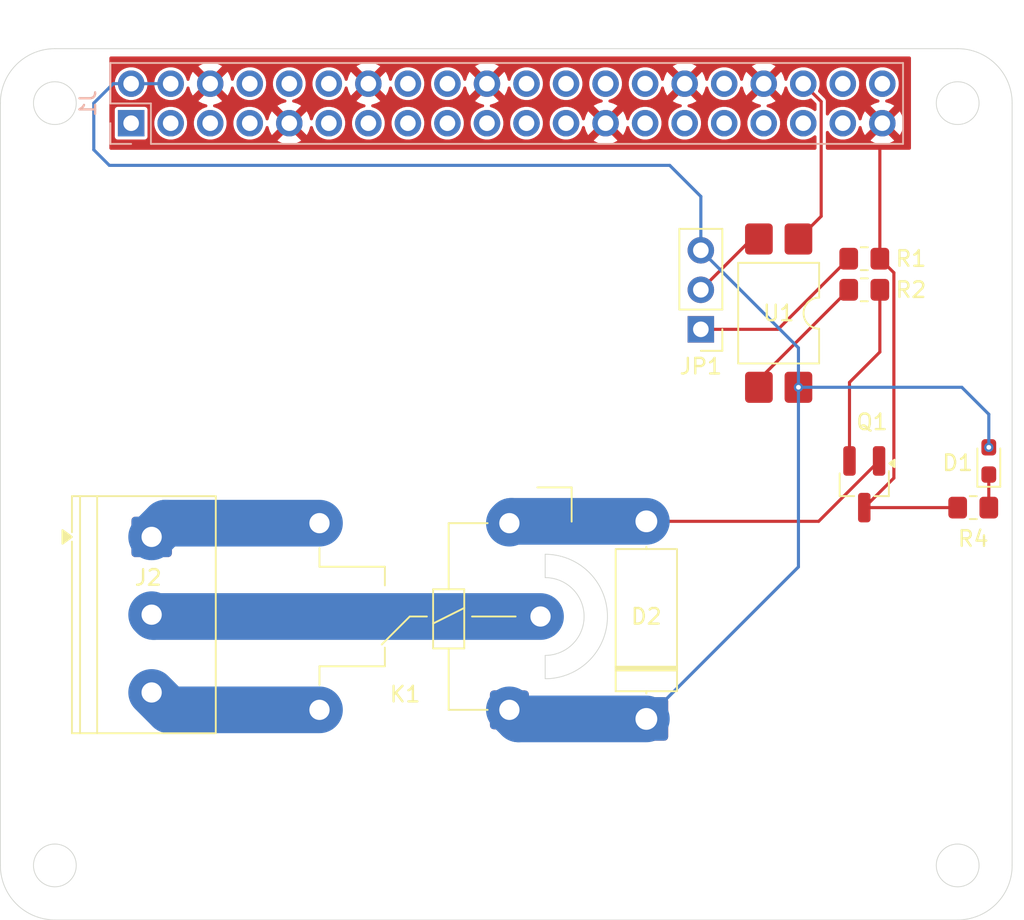
<source format=kicad_pcb>
(kicad_pcb (version 20241229) (generator "pcbnew") (generator_version "9.0")
  (layers (0 "F.Cu" signal) (2 "B.Cu" signal) (13 "F.Paste" user) (15 "B.Paste" user) (5 "F.SilkS" user "F.Silkscreen") (7 "B.SilkS" user "B.Silkscreen") (1 "F.Mask" user) (3 "B.Mask" user) (25 "Edge.Cuts" user))
  (net 0 "")
  (net 1 "Net-(D1-K)")
  (net 2 "Net-(D2-A)")
  (net 4 "VCC_5V")
  (net 12 "GND1")
  (net 30 "IN")
  (net 35 "NC")
  (net 36 "COM")
  (net 37 "NO")
  (net 38 "Net-(JP1-C)")
  (net 39 "Net-(JP1-A)")
  (net 40 "Net-(Q1-B)")
  (net 41 "Net-(R2-Pad1)")
  (footprint "Relay_THT:Relay_SPDT_Hongfa_JQC-3FF_0XX-1Z" (layer "F.Cu") (at 199.2 94 180)
    (property "Reference" "K1" (at 6.7 1 0) (layer "F.SilkS"))
    (property "Value" "JQC-3FF-005-1Z")
    (fp_line (start 12.2 10.4) (end 12.2 9.2) (stroke (width 0.12)) (layer "F.SilkS"))
    (fp_line (start 12.2 9.2) (end 8 9.2) (stroke (width 0.12)) (layer "F.SilkS"))
    (fp_line (start 12.2 1.6) (end 12.2 2.8) (stroke (width 0.12)) (layer "F.SilkS"))
    (fp_line (start 8 9.2) (end 8 8) (stroke (width 0.12)) (layer "F.SilkS"))
    (fp_line (start 8 2.8) (end 12.2 2.8) (stroke (width 0.12)) (layer "F.SilkS"))
    (fp_line (start 8 2.8) (end 8 4) (stroke (width 0.12)) (layer "F.SilkS"))
    (fp_line (start 6.4 6) (end 8.2 4.2) (stroke (width 0.12)) (layer "F.SilkS"))
    (fp_line (start 6.4 6) (end 5.3 6) (stroke (width 0.12)) (layer "F.SilkS"))
    (fp_line (start 4.9 7.75) (end 4.9 3.95) (stroke (width 0.12)) (layer "F.SilkS"))
    (fp_line (start 4.9 5.55) (end 2.9 6.55) (stroke (width 0.12)) (layer "F.SilkS"))
    (fp_line (start 4.9 3.95) (end 2.9 3.95) (stroke (width 0.12)) (layer "F.SilkS"))
    (fp_line (start 3.9 12) (end 1.4 12) (stroke (width 0.12)) (layer "F.SilkS"))
    (fp_line (start 3.9 7.75) (end 3.9 12) (stroke (width 0.12)) (layer "F.SilkS"))
    (fp_line (start 3.9 3.95) (end 3.9 0) (stroke (width 0.12)) (layer "F.SilkS"))
    (fp_line (start 3.9 0) (end 1.4 0) (stroke (width 0.12)) (layer "F.SilkS"))
    (fp_line (start 2.9 7.75) (end 4.9 7.75) (stroke (width 0.12)) (layer "F.SilkS"))
    (fp_line (start 2.9 3.95) (end 2.9 7.75) (stroke (width 0.12)) (layer "F.SilkS"))
    (fp_line (start -0.4 6) (end 2.4 6) (stroke (width 0.12)) (layer "F.SilkS"))
    (fp_line (start -4 14.3) (end -1.8 14.3) (stroke (width 0.12)) (layer "F.SilkS"))
    (fp_line (start -4 12.1) (end -4 14.3) (stroke (width 0.12)) (layer "F.SilkS"))
    (pad "11" thru_hole circle (at -2 6 180) (size 2.5 2.5) (drill 1.3) (layers "*.Cu" "*.Mask") (net 36 "COM"))
    (pad "12" thru_hole circle (at 12.2 0 180) (size 2.5 2.5) (drill 1.3) (layers "*.Cu" "*.Mask") (net 35 "NC"))
    (pad "14" thru_hole circle (at 12.2 12 180) (size 2.5 2.5) (drill 1.3) (layers "*.Cu" "*.Mask") (net 37 "NO"))
    (pad "A1" thru_hole roundrect (at 0 0 180) (size 2.5 2.5) (drill 1.3) (layers "*.Cu" "*.Mask") (roundrect_rratio 0.1) (net 4 "VCC_5V"))
    (pad "A2" thru_hole circle (at 0 12 180) (size 2.5 2.5) (drill 1.3) (layers "*.Cu" "*.Mask") (net 2 "Net-(D2-A)"))
  )
  (footprint "LED_SMD:LED_0603_1608Metric_Pad1.05x0.95mm_HandSolder" (layer "F.Cu") (at 230 78 90)
    (property "Reference" "D1" (at -0.125 -2 180) (layer "F.SilkS"))
    (property "Value" "LED")
    (fp_line (start 0.8 -0.735) (end -1.66 -0.735) (stroke (width 0.12)) (layer "F.SilkS"))
    (fp_line (start -1.66 -0.735) (end -1.66 0.735) (stroke (width 0.12)) (layer "F.SilkS"))
    (fp_line (start -1.66 0.735) (end 0.8 0.735) (stroke (width 0.12)) (layer "F.SilkS"))
    (pad "1" smd roundrect (at -0.875 0 90) (size 1.05 0.95) (layers "F.Cu" "F.Mask" "F.Paste") (net 1 "Net-(D1-K)"))
    (pad "2" smd roundrect (at 0.875 0 90) (size 1.05 0.95) (layers "F.Cu" "F.Mask" "F.Paste") (net 4 "VCC_5V"))
  )
  (footprint "Resistor_SMD:R_0805_2012Metric_Pad1.20x1.40mm_HandSolder" (layer "F.Cu") (at 222 67)
    (property "Reference" "R2" (at 3 0 0) (layer "F.SilkS"))
    (property "Value" "R_1K")
    (fp_line (start -0.227064 -0.735) (end 0.227064 -0.735) (stroke (width 0.12)) (layer "F.SilkS"))
    (fp_line (start -0.227064 0.735) (end 0.227064 0.735) (stroke (width 0.12)) (layer "F.SilkS"))
    (pad "1" smd roundrect (at -1 0) (size 1.2 1.4) (layers "F.Cu" "F.Mask" "F.Paste") (roundrect_rratio 0.208333) (net 41 "Net-(R2-Pad1)"))
    (pad "2" smd roundrect (at 1 0) (size 1.2 1.4) (layers "F.Cu" "F.Mask" "F.Paste") (roundrect_rratio 0.208333) (net 40 "Net-(Q1-B)"))
  )
  (footprint "Resistor_SMD:R_0805_2012Metric_Pad1.20x1.40mm_HandSolder" (layer "F.Cu") (at 222 65 180)
    (property "Reference" "R1" (at -3 0 0) (layer "F.SilkS"))
    (property "Value" "R_1K")
    (fp_line (start -0.227064 0.735) (end 0.227064 0.735) (stroke (width 0.12)) (layer "F.SilkS"))
    (fp_line (start -0.227064 -0.735) (end 0.227064 -0.735) (stroke (width 0.12)) (layer "F.SilkS"))
    (pad "1" smd roundrect (at -1 0 180) (size 1.2 1.4) (layers "F.Cu" "F.Mask" "F.Paste") (roundrect_rratio 0.208333) (net 12 "GND1"))
    (pad "2" smd roundrect (at 1 0 180) (size 1.2 1.4) (layers "F.Cu" "F.Mask" "F.Paste") (roundrect_rratio 0.208333) (net 39 "Net-(JP1-A)"))
  )
  (footprint "Package_TO_SOT_SMD:SOT-23_Handsoldering" (layer "F.Cu") (at 222 79.5 -90)
    (property "Reference" "Q1" (at -4 -0.5 180) (layer "F.SilkS"))
    (property "Value" "NPN")
    (fp_line (start 0.76 1.58) (end -0.7 1.58) (stroke (width 0.12)) (layer "F.SilkS"))
    (fp_line (start 0.76 1.58) (end 0.76 0.65) (stroke (width 0.12)) (layer "F.SilkS"))
    (fp_line (start -0.04 -1.58) (end -0.84 -1.58) (stroke (width 0.12)) (layer "F.SilkS"))
    (fp_line (start -0.04 -1.58) (end 0.76 -1.58) (stroke (width 0.12)) (layer "F.SilkS"))
    (fp_line (start 0.76 -1.58) (end 0.76 -0.65) (stroke (width 0.12)) (layer "F.SilkS"))
    (fp_poly (pts (xy -1.34 -1.61) (xy -1.58 -1.94) (xy -1.1 -1.94) (xy -1.34 -1.61)) (stroke (width 0.12)) (fill yes) (layer "F.SilkS"))
    (pad "1" smd roundrect (at -1.5 -0.95 270) (size 1.9 0.8) (layers "F.Cu" "F.Mask" "F.Paste") (net 2 "Net-(D2-A)"))
    (pad "2" smd roundrect (at -1.5 0.95 270) (size 1.9 0.8) (layers "F.Cu" "F.Mask" "F.Paste") (net 40 "Net-(Q1-B)"))
    (pad "3" smd roundrect (at 1.5 0 270) (size 1.9 0.8) (layers "F.Cu" "F.Mask" "F.Paste") (net 12 "GND1"))
  )
  (footprint "TerminalBlock_Phoenix:TerminalBlock_Phoenix_PT-1,5-3-5.0-H_1x03_P5.00mm_Horizontal" (layer "F.Cu") (at 176.2175 82.8825 -90)
    (property "Reference" "J2" (at 2.6175 0.2175 180) (layer "F.SilkS"))
    (property "Value" "Screw_Terminal_01x03")
    (fp_line (start -2.62 5.12) (end -0.3 5.12) (stroke (width 0.12)) (layer "F.SilkS"))
    (fp_line (start 0.3 5.12) (end 12.62 5.12) (stroke (width 0.12)) (layer "F.SilkS"))
    (fp_line (start -2.62 4.6) (end 12.62 4.6) (stroke (width 0.12)) (layer "F.SilkS"))
    (fp_line (start -2.62 3.5) (end 12.62 3.5) (stroke (width 0.12)) (layer "F.SilkS"))
    (fp_line (start -2.62 -4.12) (end -2.62 5.12) (stroke (width 0.12)) (layer "F.SilkS"))
    (fp_line (start -2.62 -4.12) (end 12.62 -4.12) (stroke (width 0.12)) (layer "F.SilkS"))
    (fp_line (start 12.62 -4.12) (end 12.62 5.12) (stroke (width 0.12)) (layer "F.SilkS"))
    (fp_poly (pts (xy 0 5.12) (xy 0.44 5.73) (xy -0.44 5.73)) (stroke (width 0.12)) (fill yes) (layer "F.SilkS"))
    (pad "1" thru_hole roundrect (at 0 0 270) (size 2.6 2.6) (drill 1.3) (layers "*.Cu" "*.Mask") (roundrect_rratio 0.096154) (net 37 "NO"))
    (pad "2" thru_hole circle (at 5 0 270) (size 2.6 2.6) (drill 1.3) (layers "*.Cu" "*.Mask") (net 36 "COM"))
    (pad "3" thru_hole circle (at 10 0 270) (size 2.6 2.6) (drill 1.3) (layers "*.Cu" "*.Mask") (net 35 "NC"))
  )
  (footprint "Package_DIP:SMDIP-4_W9.53mm" (layer "F.Cu") (at 216.5 68.5 -90)
    (property "Reference" "U1" (at 0 0 180) (layer "F.SilkS"))
    (property "Value" "LTV-817S")
    (fp_line (start -3.235 2.6) (end 3.235 2.6) (stroke (width 0.12)) (layer "F.SilkS"))
    (fp_line (start 3.235 2.6) (end 3.235 -2.6) (stroke (width 0.12)) (layer "F.SilkS"))
    (fp_line (start -3.235 -2.6) (end -3.235 2.6) (stroke (width 0.12)) (layer "F.SilkS"))
    (fp_line (start -1 -2.6) (end -3.235 -2.6) (stroke (width 0.12)) (layer "F.SilkS"))
    (fp_line (start 3.235 -2.6) (end 1 -2.6) (stroke (width 0.12)) (layer "F.SilkS"))
    (fp_arc (start 1 -2.6) (mid 0 -1.6) (end -1 -2.6) (stroke (width 0.12)) (layer "F.SilkS"))
    (pad "1" smd roundrect (at -4.765 -1.27 270) (size 2 1.78) (layers "F.Cu" "F.Mask" "F.Paste") (roundrect_rratio 0.140449) (net 30 "IN"))
    (pad "2" smd roundrect (at -4.765 1.27 270) (size 2 1.78) (layers "F.Cu" "F.Mask" "F.Paste") (roundrect_rratio 0.140449) (net 38 "Net-(JP1-C)"))
    (pad "3" smd roundrect (at 4.765 1.27 270) (size 2 1.78) (layers "F.Cu" "F.Mask" "F.Paste") (roundrect_rratio 0.140449) (net 41 "Net-(R2-Pad1)"))
    (pad "4" smd roundrect (at 4.765 -1.27 270) (size 2 1.78) (layers "F.Cu" "F.Mask" "F.Paste") (roundrect_rratio 0.140449) (net 4 "VCC_5V"))
  )
  (footprint "Resistor_SMD:R_0805_2012Metric_Pad1.20x1.40mm_HandSolder" (layer "F.Cu") (at 229 81 180)
    (property "Reference" "R4" (at 0 -2 0) (layer "F.SilkS"))
    (property "Value" "R_1K")
    (fp_line (start -0.227064 0.735) (end 0.227064 0.735) (stroke (width 0.12)) (layer "F.SilkS"))
    (fp_line (start -0.227064 -0.735) (end 0.227064 -0.735) (stroke (width 0.12)) (layer "F.SilkS"))
    (pad "1" smd roundrect (at -1 0 180) (size 1.2 1.4) (layers "F.Cu" "F.Mask" "F.Paste") (roundrect_rratio 0.208333) (net 1 "Net-(D1-K)"))
    (pad "2" smd roundrect (at 1 0 180) (size 1.2 1.4) (layers "F.Cu" "F.Mask" "F.Paste") (roundrect_rratio 0.208333) (net 12 "GND1"))
  )
  (footprint "Diode_THT:D_5W_P12.70mm_Horizontal" (layer "F.Cu") (at 208 94.5825 90)
    (property "Reference" "D2" (at 6.5825 0 180) (layer "F.SilkS"))
    (property "Value" "D")
    (fp_line (start 3.355 -1.97) (end 3.355 1.97) (stroke (width 0.12)) (layer "F.SilkS"))
    (fp_line (start 3.235 -1.97) (end 3.235 1.97) (stroke (width 0.12)) (layer "F.SilkS"))
    (fp_line (start 3.115 -1.97) (end 3.115 1.97) (stroke (width 0.12)) (layer "F.SilkS"))
    (fp_line (start 11.06 0) (end 10.92 0) (stroke (width 0.12)) (layer "F.SilkS"))
    (fp_line (start 1.64 0) (end 1.78 0) (stroke (width 0.12)) (layer "F.SilkS"))
    (fp_rect (start 1.78 -1.97) (end 10.92 1.97) (stroke (width 0.12)) (fill no) (layer "F.SilkS"))
    (pad "1" thru_hole roundrect (at 0 0 90) (size 2.8 2.8) (drill 1.4) (layers "*.Cu" "*.Mask") (roundrect_rratio 0.089286) (net 4 "VCC_5V"))
    (pad "2" thru_hole circle (at 12.7 0 90) (size 2.8 2.8) (drill 1.4) (layers "*.Cu" "*.Mask") (net 2 "Net-(D2-A)"))
  )
  (footprint "Connector_PinHeader_2.54mm:PinHeader_1x03_P2.54mm_Vertical" (layer "F.Cu") (at 211.5 69.54 180)
    (property "Reference" "JP1" (at 0 -2.38 0) (layer "F.SilkS"))
    (property "Value" "Jumper_3_Bridged12")
    (fp_line (start 1.38 1.27) (end 1.38 6.46) (stroke (width 0.12)) (layer "F.SilkS"))
    (fp_line (start -1.38 6.46) (end 1.38 6.46) (stroke (width 0.12)) (layer "F.SilkS"))
    (fp_line (start -1.38 1.27) (end 1.38 1.27) (stroke (width 0.12)) (layer "F.SilkS"))
    (fp_line (start -1.38 1.27) (end -1.38 6.46) (stroke (width 0.12)) (layer "F.SilkS"))
    (fp_line (start -1.38 0) (end -1.38 -1.38) (stroke (width 0.12)) (layer "F.SilkS"))
    (fp_line (start -1.38 -1.38) (end 0 -1.38) (stroke (width 0.12)) (layer "F.SilkS"))
    (pad "1" thru_hole rect (at 0 0 180) (size 1.7 1.7) (drill 1) (layers "*.Cu" "*.Mask") (net 39 "Net-(JP1-A)"))
    (pad "2" thru_hole circle (at 0 2.54 180) (size 1.7 1.7) (drill 1) (layers "*.Cu" "*.Mask") (net 38 "Net-(JP1-C)"))
    (pad "3" thru_hole circle (at 0 5.08 180) (size 1.7 1.7) (drill 1) (layers "*.Cu" "*.Mask") (net 4 "VCC_5V"))
  )
  (footprint "Connector_PinSocket_2.54mm:PinSocket_2x20_P2.54mm_Vertical" (layer "B.Cu") (at 174.9 56.29 -90)
    (property "Reference" "J1" (at -1.27 2.77 90) (layer "B.SilkS") (effects (justify mirror)))
    (property "Value" "Raspberry_Pi_2_3")
    (fp_line (start -3.87 1.33) (end -1.27 1.33) (stroke (width 0.12)) (layer "B.SilkS"))
    (fp_line (start -3.87 1.33) (end -3.87 -49.59) (stroke (width 0.12)) (layer "B.SilkS"))
    (fp_line (start -1.27 1.33) (end -1.27 -1.27) (stroke (width 0.12)) (layer "B.SilkS"))
    (fp_line (start 0 1.33) (end 1.33 1.33) (stroke (width 0.12)) (layer "B.SilkS"))
    (fp_line (start 1.33 1.33) (end 1.33 0) (stroke (width 0.12)) (layer "B.SilkS"))
    (fp_line (start -1.27 -1.27) (end 1.33 -1.27) (stroke (width 0.12)) (layer "B.SilkS"))
    (fp_line (start 1.33 -1.27) (end 1.33 -49.59) (stroke (width 0.12)) (layer "B.SilkS"))
    (fp_line (start -3.87 -49.59) (end 1.33 -49.59) (stroke (width 0.12)) (layer "B.SilkS"))
    (pad "1" thru_hole rect (at 0 0 270) (size 1.7 1.7) (drill 1) (layers "*.Cu" "*.Mask"))
    (pad "2" thru_hole circle (at -2.54 0 270) (size 1.7 1.7) (drill 1) (layers "*.Cu" "*.Mask") (net 4 "VCC_5V"))
    (pad "3" thru_hole circle (at 0 -2.54 270) (size 1.7 1.7) (drill 1) (layers "*.Cu" "*.Mask"))
    (pad "4" thru_hole circle (at -2.54 -2.54 270) (size 1.7 1.7) (drill 1) (layers "*.Cu" "*.Mask") (net 4 "VCC_5V"))
    (pad "5" thru_hole circle (at 0 -5.08 270) (size 1.7 1.7) (drill 1) (layers "*.Cu" "*.Mask"))
    (pad "6" thru_hole circle (at -2.54 -5.08 270) (size 1.7 1.7) (drill 1) (layers "*.Cu" "*.Mask") (net 12 "GND1"))
    (pad "7" thru_hole circle (at 0 -7.62 270) (size 1.7 1.7) (drill 1) (layers "*.Cu" "*.Mask"))
    (pad "8" thru_hole circle (at -2.54 -7.62 270) (size 1.7 1.7) (drill 1) (layers "*.Cu" "*.Mask"))
    (pad "9" thru_hole circle (at 0 -10.16 270) (size 1.7 1.7) (drill 1) (layers "*.Cu" "*.Mask") (net 12 "GND1"))
    (pad "10" thru_hole circle (at -2.54 -10.16 270) (size 1.7 1.7) (drill 1) (layers "*.Cu" "*.Mask"))
    (pad "11" thru_hole circle (at 0 -12.7 270) (size 1.7 1.7) (drill 1) (layers "*.Cu" "*.Mask"))
    (pad "12" thru_hole circle (at -2.54 -12.7 270) (size 1.7 1.7) (drill 1) (layers "*.Cu" "*.Mask"))
    (pad "13" thru_hole circle (at 0 -15.24 270) (size 1.7 1.7) (drill 1) (layers "*.Cu" "*.Mask"))
    (pad "14" thru_hole circle (at -2.54 -15.24 270) (size 1.7 1.7) (drill 1) (layers "*.Cu" "*.Mask") (net 12 "GND1"))
    (pad "15" thru_hole circle (at 0 -17.78 270) (size 1.7 1.7) (drill 1) (layers "*.Cu" "*.Mask"))
    (pad "16" thru_hole circle (at -2.54 -17.78 270) (size 1.7 1.7) (drill 1) (layers "*.Cu" "*.Mask"))
    (pad "17" thru_hole circle (at 0 -20.32 270) (size 1.7 1.7) (drill 1) (layers "*.Cu" "*.Mask"))
    (pad "18" thru_hole circle (at -2.54 -20.32 270) (size 1.7 1.7) (drill 1) (layers "*.Cu" "*.Mask"))
    (pad "19" thru_hole circle (at 0 -22.86 270) (size 1.7 1.7) (drill 1) (layers "*.Cu" "*.Mask"))
    (pad "20" thru_hole circle (at -2.54 -22.86 270) (size 1.7 1.7) (drill 1) (layers "*.Cu" "*.Mask") (net 12 "GND1"))
    (pad "21" thru_hole circle (at 0 -25.4 270) (size 1.7 1.7) (drill 1) (layers "*.Cu" "*.Mask"))
    (pad "22" thru_hole circle (at -2.54 -25.4 270) (size 1.7 1.7) (drill 1) (layers "*.Cu" "*.Mask"))
    (pad "23" thru_hole circle (at 0 -27.94 270) (size 1.7 1.7) (drill 1) (layers "*.Cu" "*.Mask"))
    (pad "24" thru_hole circle (at -2.54 -27.94 270) (size 1.7 1.7) (drill 1) (layers "*.Cu" "*.Mask"))
    (pad "25" thru_hole circle (at 0 -30.48 270) (size 1.7 1.7) (drill 1) (layers "*.Cu" "*.Mask") (net 12 "GND1"))
    (pad "26" thru_hole circle (at -2.54 -30.48 270) (size 1.7 1.7) (drill 1) (layers "*.Cu" "*.Mask"))
    (pad "27" thru_hole circle (at 0 -33.02 270) (size 1.7 1.7) (drill 1) (layers "*.Cu" "*.Mask"))
    (pad "28" thru_hole circle (at -2.54 -33.02 270) (size 1.7 1.7) (drill 1) (layers "*.Cu" "*.Mask"))
    (pad "29" thru_hole circle (at 0 -35.56 270) (size 1.7 1.7) (drill 1) (layers "*.Cu" "*.Mask"))
    (pad "30" thru_hole circle (at -2.54 -35.56 270) (size 1.7 1.7) (drill 1) (layers "*.Cu" "*.Mask") (net 12 "GND1"))
    (pad "31" thru_hole circle (at 0 -38.1 270) (size 1.7 1.7) (drill 1) (layers "*.Cu" "*.Mask"))
    (pad "32" thru_hole circle (at -2.54 -38.1 270) (size 1.7 1.7) (drill 1) (layers "*.Cu" "*.Mask"))
    (pad "33" thru_hole circle (at 0 -40.64 270) (size 1.7 1.7) (drill 1) (layers "*.Cu" "*.Mask"))
    (pad "34" thru_hole circle (at -2.54 -40.64 270) (size 1.7 1.7) (drill 1) (layers "*.Cu" "*.Mask") (net 12 "GND1"))
    (pad "35" thru_hole circle (at 0 -43.18 270) (size 1.7 1.7) (drill 1) (layers "*.Cu" "*.Mask"))
    (pad "36" thru_hole circle (at -2.54 -43.18 270) (size 1.7 1.7) (drill 1) (layers "*.Cu" "*.Mask") (net 30 "IN"))
    (pad "37" thru_hole circle (at 0 -45.72 270) (size 1.7 1.7) (drill 1) (layers "*.Cu" "*.Mask"))
    (pad "38" thru_hole circle (at -2.54 -45.72 270) (size 1.7 1.7) (drill 1) (layers "*.Cu" "*.Mask"))
    (pad "39" thru_hole circle (at 0 -48.26 270) (size 1.7 1.7) (drill 1) (layers "*.Cu" "*.Mask") (net 12 "GND1"))
    (pad "40" thru_hole circle (at -2.54 -48.26 270) (size 1.7 1.7) (drill 1) (layers "*.Cu" "*.Mask"))
  )
  (gr_arc (start 166.5 55) (mid 167.525126 52.525126) (end 170 51.5) (stroke (width 0.05)) (layer "Edge.Cuts"))
  (gr_circle (center 228 55) (end 229.375 55) (stroke (width 0.05)) (fill no) (layer "Edge.Cuts"))
  (gr_line (start 170 107.5) (end 228 107.5) (stroke (width 0.05)) (layer "Edge.Cuts"))
  (gr_line (start 166.5 55) (end 166.5 104) (stroke (width 0.05)) (layer "Edge.Cuts"))
  (gr_line (start 201.5 90.5) (end 201.5 92) (stroke (width 0.05)) (layer "Edge.Cuts"))
  (gr_line (start 231.5 104) (end 231.5 55) (stroke (width 0.05)) (layer "Edge.Cuts"))
  (gr_line (start 201.5 85.5) (end 201.5 84) (stroke (width 0.05)) (layer "Edge.Cuts"))
  (gr_arc (start 170 107.5) (mid 167.525126 106.474874) (end 166.5 104) (stroke (width 0.05)) (layer "Edge.Cuts"))
  (gr_circle (center 170 55) (end 171.375 55) (stroke (width 0.05)) (fill no) (layer "Edge.Cuts"))
  (gr_arc (start 201.5 84) (mid 205.5 88) (end 201.5 92) (stroke (width 0.05)) (layer "Edge.Cuts"))
  (gr_arc (start 228 51.5) (mid 230.474874 52.525126) (end 231.5 55) (stroke (width 0.05)) (layer "Edge.Cuts"))
  (gr_circle (center 228 104) (end 229.375 104) (stroke (width 0.05)) (fill no) (layer "Edge.Cuts"))
  (gr_arc (start 231.5 104) (mid 230.474874 106.474874) (end 228 107.5) (stroke (width 0.05)) (layer "Edge.Cuts"))
  (gr_arc (start 201.5 85.5) (mid 204 88) (end 201.5 90.5) (stroke (width 0.05)) (layer "Edge.Cuts"))
  (gr_circle (center 170 104) (end 171.375 104) (stroke (width 0.05)) (fill no) (layer "Edge.Cuts"))
  (gr_line (start 228 51.5) (end 170 51.5) (stroke (width 0.05)) (layer "Edge.Cuts"))
  (segment (start 230 78.875) (end 230 81) (width 0.2) (layer "F.Cu") (net 1))
  (segment (start 222.95 78) (end 219.0675 81.8825) (width 0.2) (layer "F.Cu") (net 2))
  (segment (start 219.0675 81.8825) (end 208 81.8825) (width 0.2) (layer "F.Cu") (net 2))
  (segment (start 199.2 82) (end 199.3175 81.8825) (width 3) (layer "B.Cu") (net 2))
  (segment (start 199.3175 81.8825) (end 208 81.8825) (width 3) (layer "B.Cu") (net 2))
  (via (at 230 77.125) (size 0.6) (drill 0.3) (layers "F.Cu" "B.Cu") (net 4))
  (via (at 217.77 73.265) (size 0.6) (drill 0.3) (layers "F.Cu" "B.Cu") (net 4))
  (segment (start 209.5 59) (end 211.5 61) (width 0.2) (layer "B.Cu") (net 4))
  (segment (start 211.5 64.46) (end 217.77 70.73) (width 0.2) (layer "B.Cu") (net 4))
  (segment (start 217.77 73.265) (end 217.77 84.8125) (width 0.2) (layer "B.Cu") (net 4))
  (segment (start 208 94.5825) (end 199.7825 94.5825) (width 3) (layer "B.Cu") (net 4))
  (segment (start 230 77.125) (end 230 75) (width 0.2) (layer "B.Cu") (net 4))
  (segment (start 199.7825 94.5825) (end 199.2 94) (width 3) (layer "B.Cu") (net 4))
  (segment (start 217.77 84.8125) (end 208 94.5825) (width 0.2) (layer "B.Cu") (net 4))
  (segment (start 217.77 70.73) (end 217.77 73.265) (width 0.2) (layer "B.Cu") (net 4))
  (segment (start 230 75) (end 228.265 73.265) (width 0.2) (layer "B.Cu") (net 4))
  (segment (start 228.265 73.265) (end 217.77 73.265) (width 0.2) (layer "B.Cu") (net 4))
  (segment (start 174.9 53.75) (end 177.44 53.75) (width 0.2) (layer "B.Cu") (net 4))
  (segment (start 211.5 61) (end 211.5 64.46) (width 0.2) (layer "B.Cu") (net 4))
  (segment (start 173.5 59) (end 209.5 59) (width 0.2) (layer "B.Cu") (net 4))
  (segment (start 173.75 53.75) (end 172.5 55) (width 0.2) (layer "B.Cu") (net 4))
  (segment (start 172.5 55) (end 172.5 58) (width 0.2) (layer "B.Cu") (net 4))
  (segment (start 172.5 58) (end 173.5 59) (width 0.2) (layer "B.Cu") (net 4))
  (segment (start 174.9 53.75) (end 173.75 53.75) (width 0.2) (layer "B.Cu") (net 4))
  (segment (start 222 81) (end 228.5 81) (width 0.2) (layer "F.Cu") (net 12))
  (segment (start 223 65) (end 223.901 65.901) (width 0.2) (layer "F.Cu") (net 12))
  (segment (start 223 65) (end 223 58) (width 0.2) (layer "F.Cu") (net 12))
  (segment (start 223.901 65.901) (end 223.901 79.099) (width 0.2) (layer "F.Cu") (net 12))
  (segment (start 223.901 79.099) (end 222 81) (width 0.2) (layer "F.Cu") (net 12))
  (segment (start 219.231 54.901) (end 219.231 62.274) (width 0.2) (layer "F.Cu") (net 30))
  (segment (start 218.08 53.75) (end 219.231 54.901) (width 0.2) (layer "F.Cu") (net 30))
  (segment (start 219.231 62.274) (end 217.77 63.735) (width 0.2) (layer "F.Cu") (net 30))
  (segment (start 187 94) (end 177.335 94) (width 3) (layer "B.Cu") (net 35))
  (segment (start 177.335 94) (end 176.2175 92.8825) (width 3) (layer "B.Cu") (net 35))
  (segment (start 176.335 88) (end 176.2175 87.8825) (width 3) (layer "B.Cu") (net 36))
  (segment (start 201.2 88) (end 176.335 88) (width 3) (layer "B.Cu") (net 36))
  (segment (start 177.1 82) (end 176.2175 82.8825) (width 3) (layer "B.Cu") (net 37))
  (segment (start 187 82) (end 177.1 82) (width 3) (layer "B.Cu") (net 37))
  (segment (start 214.765 63.735) (end 211.5 67) (width 0.2) (layer "F.Cu") (net 38))
  (segment (start 215.23 63.735) (end 214.765 63.735) (width 0.2) (layer "F.Cu") (net 38))
  (segment (start 221 65) (end 216.46 69.54) (width 0.2) (layer "F.Cu") (net 39))
  (segment (start 216.46 69.54) (end 211.5 69.54) (width 0.2) (layer "F.Cu") (net 39))
  (segment (start 223 71) (end 221.05 72.95) (width 0.2) (layer "F.Cu") (net 40))
  (segment (start 223 67) (end 223 71) (width 0.2) (layer "F.Cu") (net 40))
  (segment (start 221.05 72.95) (end 221.05 78) (width 0.2) (layer "F.Cu") (net 40))
  (segment (start 215.23 72.77) (end 215.23 73.265) (width 0.2) (layer "F.Cu") (net 41))
  (segment (start 221 67) (end 215.23 72.77) (width 0.2) (layer "F.Cu") (net 41))
  (zone (net 12) (net_name "GND1") (layer "F.Cu") (connect_pads (clearance 0.2)) (min_thickness 0.2) (fill yes (thermal_gap 0.5) (thermal_bridge_width 0.5))
    (polygon (pts (xy 225 52) (xy 173.5 52) (xy 173.5 58) (xy 225 58)))
  )
)
</source>
